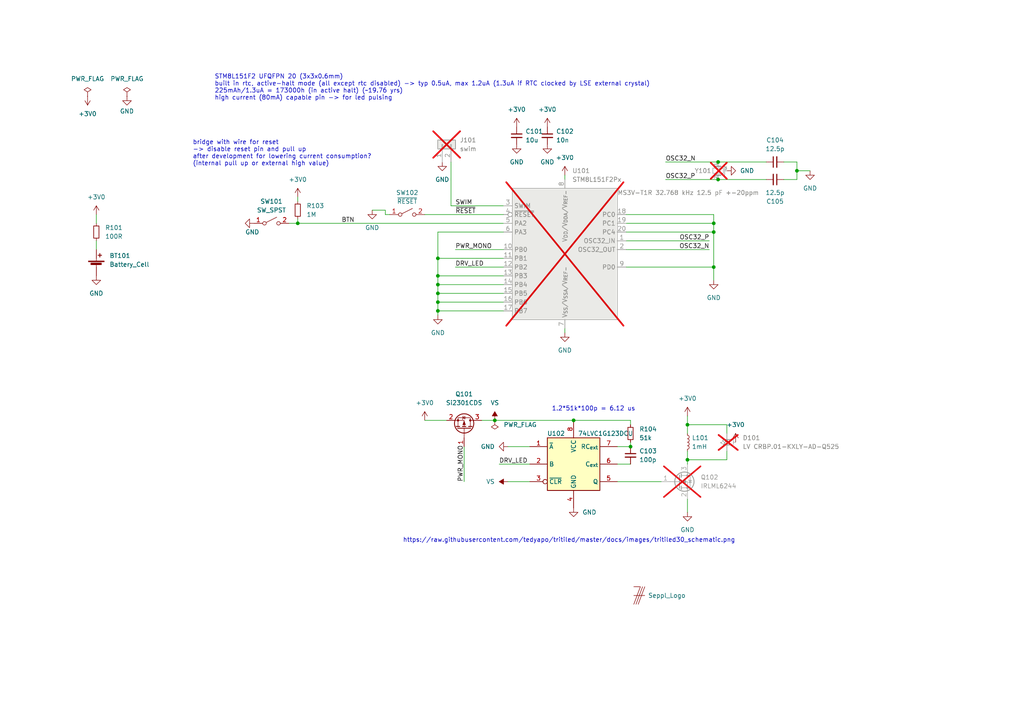
<source format=kicad_sch>
(kicad_sch (version 20250114) (generator "eeschema") (generator_version "9.0")
  (paper "A4")
  (lib_symbols
    (symbol "74xGxx:74LVC1G123DCU"
      (property "Reference" "U102" (at -5.08 8.89 0))
      (property "Value" "74LVC1G123DCU" (at 1.27 8.89 0))
      (symbol "74LVC1G123DCU_1_1"
        (rectangle (start -7.62 7.62) (end 7.62 -7.62) (stroke (width 0.254)) (fill (type background)))
        (pin input line (at -12.7 5.08 0) (length 5.08) (name "~{A}") (number "1"))
        (pin input line (at -12.7 0 0) (length 5.08) (name "B") (number "2"))
        (pin input inverted (at -12.7 -5.08 0) (length 5.08) (name "~{CLR}") (number "3"))
        (pin power_in line (at 0 12.7 270) (length 5.08) (name "VCC") (number "8"))
        (pin power_in line (at 0 -12.7 90) (length 5.08) (name "GND") (number "4"))
        (pin input line (at 12.7 5.08 180) (length 5.08) (name "RC_{ext}") (number "7"))
        (pin input line (at 12.7 0 180) (length 5.08) (name "C_{ext}") (number "6"))
        (pin output line (at 12.7 -5.08 180) (length 5.08) (name "Q") (number "5"))
      )
    )
    (symbol "Connector_Generic:Conn_01x02" (pin_names (offset 1.016) (hide yes))
      (property "Reference" "J" (at 0 2.54 0))
      (property "Value" "Conn_01x02" (at 0 -5.08 0))
      (symbol "Conn_01x02_1_1"
        (rectangle (start -1.27 1.27) (end 1.27 -3.81) (stroke (width 0.254)) (fill (type background)))
        (rectangle (start -1.27 0.127) (end 0 -0.127) (stroke (width 0.1524)))
        (rectangle (start -1.27 -2.413) (end 0 -2.667) (stroke (width 0.1524)))
        (pin passive line (at -5.08 0 0) (length 3.81) (name "Pin_1") (number "1"))
        (pin passive line (at -5.08 -2.54 0) (length 3.81) (name "Pin_2") (number "2"))
      )
    )
    (symbol "Device:Battery_Cell" (pin_numbers (hide yes)) (pin_names (offset 0) (hide yes))
      (property "Reference" "BT" (at 2.54 2.54 0))
      (property "Value" "Battery_Cell" (at 2.54 0 0))
      (symbol "Battery_Cell_0_1"
        (rectangle (start -2.286 1.778) (end 2.286 1.524) (fill (type outline)))
        (rectangle (start -1.5748 1.1938) (end 1.4732 0.6858) (fill (type outline)))
        (polyline (pts (xy 0 1.778) (xy 0 2.54)))
        (polyline (pts (xy 0 0.762) (xy 0 0)))
        (polyline (pts (xy 0.508 3.429) (xy 1.524 3.429)) (stroke (width 0.254)))
        (polyline (pts (xy 1.016 3.937) (xy 1.016 2.921)) (stroke (width 0.254)))
      )
      (symbol "Battery_Cell_1_1"
        (pin passive line (at 0 5.08 270) (length 2.54) (name "+") (number "1"))
        (pin passive line (at 0 -2.54 90) (length 2.54) (name "-") (number "2"))
      )
    )
    (symbol "Device:C_Small" (pin_numbers (hide yes)) (pin_names (offset 0.254) (hide yes))
      (property "Reference" "C" (at 0.254 1.778 0))
      (property "Value" "C_Small" (at 0.254 -2.032 0))
      (symbol "C_Small_0_1"
        (polyline (pts (xy -1.524 0.508) (xy 1.524 0.508)) (stroke (width 0.3048)))
        (polyline (pts (xy -1.524 -0.508) (xy 1.524 -0.508)) (stroke (width 0.3302)))
      )
      (symbol "C_Small_1_1"
        (pin passive line (at 0 2.54 270) (length 2.032) (name "~") (number "1"))
        (pin passive line (at 0 -2.54 90) (length 2.032) (name "~") (number "2"))
      )
    )
    (symbol "Device:Crystal_GND3_Small" (pin_names (offset 1.016) (hide yes))
      (property "Reference" "Y" (at 0 5.08 0))
      (property "Value" "Crystal_GND3_Small" (at 0 3.175 0))
      (symbol "Crystal_GND3_Small_0_1"
        (polyline (pts (xy -1.27 -0.762) (xy -1.27 0.762)) (stroke (width 0.381)))
        (polyline (pts (xy -1.27 -1.27) (xy -1.27 -1.905) (xy 1.27 -1.905) (xy 1.27 -1.27)))
        (rectangle (start -0.762 -1.524) (end 0.762 1.524))
        (polyline (pts (xy 1.27 -0.762) (xy 1.27 0.762)) (stroke (width 0.381)))
      )
      (symbol "Crystal_GND3_Small_1_1"
        (pin passive line (at -2.54 0 0) (length 1.27) (name "1") (number "1"))
        (pin passive line (at 0 -2.54 90) (length 0.635) (name "3") (number "3"))
        (pin passive line (at 2.54 0 180) (length 1.27) (name "2") (number "2"))
      )
    )
    (symbol "Device:L_Small" (pin_numbers (hide yes)) (pin_names (offset 0.254) (hide yes))
      (property "Reference" "L" (at 0.762 1.016 0))
      (property "Value" "L_Small" (at 0.762 -1.016 0))
      (symbol "L_Small_0_1"
        (arc (start 0 2.032) (mid 0.5058 1.524) (end 0 1.016))
        (arc (start 0 1.016) (mid 0.5058 0.508) (end 0 0))
        (arc (start 0 0) (mid 0.5058 -0.508) (end 0 -1.016))
        (arc (start 0 -1.016) (mid 0.5058 -1.524) (end 0 -2.032))
      )
      (symbol "L_Small_1_1"
        (pin passive line (at 0 2.54 270) (length 0.508) (name "~") (number "1"))
        (pin passive line (at 0 -2.54 90) (length 0.508) (name "~") (number "2"))
      )
    )
    (symbol "Device:Q_NMOS_GSD" (pin_names (offset 0) (hide yes))
      (property "Reference" "Q" (at 5.08 1.27 0))
      (property "Value" "Q_NMOS_GSD" (at 5.08 -1.27 0))
      (symbol "Q_NMOS_GSD_0_1"
        (polyline (pts (xy 0.254 1.905) (xy 0.254 -1.905)) (stroke (width 0.254)))
        (polyline (pts (xy 0.254 0) (xy -2.54 0)))
        (polyline (pts (xy 0.762 2.286) (xy 0.762 1.27)) (stroke (width 0.254)))
        (polyline (pts (xy 0.762 0.508) (xy 0.762 -0.508)) (stroke (width 0.254)))
        (polyline (pts (xy 0.762 -1.27) (xy 0.762 -2.286)) (stroke (width 0.254)))
        (polyline (pts (xy 0.762 -1.778) (xy 3.302 -1.778) (xy 3.302 1.778) (xy 0.762 1.778)))
        (polyline (pts (xy 1.016 0) (xy 2.032 0.381) (xy 2.032 -0.381) (xy 1.016 0)) (fill (type outline)))
        (circle (center 1.651 0) (radius 2.794) (stroke (width 0.254)))
        (polyline (pts (xy 2.54 2.54) (xy 2.54 1.778)))
        (circle (center 2.54 1.778) (radius 0.254) (fill (type outline)))
        (circle (center 2.54 -1.778) (radius 0.254) (fill (type outline)))
        (polyline (pts (xy 2.54 -2.54) (xy 2.54 0) (xy 0.762 0)))
        (polyline (pts (xy 2.794 0.508) (xy 2.921 0.381) (xy 3.683 0.381) (xy 3.81 0.254)))
        (polyline (pts (xy 3.302 0.381) (xy 2.921 -0.254) (xy 3.683 -0.254) (xy 3.302 0.381)))
      )
      (symbol "Q_NMOS_GSD_1_1"
        (pin input line (at -5.08 0 0) (length 2.54) (name "G") (number "1"))
        (pin passive line (at 2.54 5.08 270) (length 2.54) (name "D") (number "3"))
        (pin passive line (at 2.54 -5.08 90) (length 2.54) (name "S") (number "2"))
      )
    )
    (symbol "Device:Q_PMOS_GSD" (pin_names (offset 0) (hide yes))
      (property "Reference" "Q" (at 5.08 1.27 0))
      (property "Value" "Q_PMOS_GSD" (at 5.08 -1.27 0))
      (symbol "Q_PMOS_GSD_0_1"
        (polyline (pts (xy 0.254 1.905) (xy 0.254 -1.905)) (stroke (width 0.254)))
        (polyline (pts (xy 0.254 0) (xy -2.54 0)))
        (polyline (pts (xy 0.762 2.286) (xy 0.762 1.27)) (stroke (width 0.254)))
        (polyline (pts (xy 0.762 1.778) (xy 3.302 1.778) (xy 3.302 -1.778) (xy 0.762 -1.778)))
        (polyline (pts (xy 0.762 0.508) (xy 0.762 -0.508)) (stroke (width 0.254)))
        (polyline (pts (xy 0.762 -1.27) (xy 0.762 -2.286)) (stroke (width 0.254)))
        (circle (center 1.651 0) (radius 2.794) (stroke (width 0.254)))
        (polyline (pts (xy 2.286 0) (xy 1.27 0.381) (xy 1.27 -0.381) (xy 2.286 0)) (fill (type outline)))
        (polyline (pts (xy 2.54 2.54) (xy 2.54 1.778)))
        (circle (center 2.54 1.778) (radius 0.254) (fill (type outline)))
        (circle (center 2.54 -1.778) (radius 0.254) (fill (type outline)))
        (polyline (pts (xy 2.54 -2.54) (xy 2.54 0) (xy 0.762 0)))
        (polyline (pts (xy 2.794 -0.508) (xy 2.921 -0.381) (xy 3.683 -0.381) (xy 3.81 -0.254)))
        (polyline (pts (xy 3.302 -0.381) (xy 2.921 0.254) (xy 3.683 0.254) (xy 3.302 -0.381)))
      )
      (symbol "Q_PMOS_GSD_1_1"
        (pin input line (at -5.08 0 0) (length 2.54) (name "G") (number "1"))
        (pin passive line (at 2.54 5.08 270) (length 2.54) (name "D") (number "3"))
        (pin passive line (at 2.54 -5.08 90) (length 2.54) (name "S") (number "2"))
      )
    )
    (symbol "Device:R_Small" (pin_numbers (hide yes)) (pin_names (offset 0.254) (hide yes))
      (property "Reference" "R" (at 0.762 0.508 0))
      (property "Value" "R_Small" (at 0.762 -1.016 0))
      (symbol "R_Small_0_1"
        (rectangle (start -0.762 1.778) (end 0.762 -1.778) (stroke (width 0.2032)))
      )
      (symbol "R_Small_1_1"
        (pin passive line (at 0 2.54 270) (length 0.762) (name "~") (number "1"))
        (pin passive line (at 0 -2.54 90) (length 0.762) (name "~") (number "2"))
      )
    )
    (symbol "Seppl_LED_SMD:LED-ThermalPad" (pin_numbers (hide yes)) (pin_names (offset 0) (hide yes))
      (property "Reference" "D" (at 0 6.858 0))
      (symbol "LED-ThermalPad_0_1"
        (polyline (pts (xy -0.762 -1.016) (xy -0.762 1.016)) (stroke (width 0.254)))
        (polyline (pts (xy -0.635 -1.905) (xy 0.635 -1.905)))
        (polyline (pts (xy 0 0.762) (xy -0.508 1.27) (xy -0.254 1.27) (xy -0.508 1.27) (xy -0.508 1.016)))
        (polyline (pts (xy 0 -1.905) (xy 0 -2.54)))
        (polyline (pts (xy 0.508 1.27) (xy 0 1.778) (xy 0.254 1.778) (xy 0 1.778) (xy 0 1.524)))
        (polyline (pts (xy 0.762 -1.016) (xy -0.762 0) (xy 0.762 1.016) (xy 0.762 -1.016)) (stroke (width 0.254)))
        (polyline (pts (xy 1.016 0) (xy -0.762 0)))
      )
      (symbol "LED-ThermalPad_1_1"
        (pin passive line (at -2.54 0 0) (length 1.778) (name "K") (number "1"))
        (pin passive line (at 0 -2.54 90) (length 0) (name "Thermal") (number "3"))
        (pin passive line (at 2.54 0 180) (length 1.778) (name "A") (number "2"))
      )
    )
    (symbol "Seppl_Logo:Seppl_Logo" (in_bom no)
      (property "Value" "Seppl_Logo" (at 0 3.81 0))
      (symbol "Seppl_Logo_0_1"
        (polyline (pts (xy -1.5875 2.54) (xy 0.3175 2.54) (xy -1.5875 -2.54)))
        (polyline (pts (xy -1.5875 0) (xy 1.5875 0)))
        (polyline (pts (xy -0.9525 -2.54) (xy 0.9525 2.54)))
        (polyline (pts (xy -0.3175 -2.54) (xy 1.5875 2.54)))
      )
    )
    (symbol "Seppl_MCU_ST_STM8:STM8L151F2Px"
      (property "Reference" "U" (at -10.16 22.225 0))
      (property "Value" "STM8L151F2Px" (at -10.16 20.32 0))
      (symbol "STM8L151F2Px_0_0"
        (pin bidirectional line (at -17.78 13.97 0) (length 2.54) (name "PA0") (number "3") (alternate "SWIM" bidirectional line))
        (pin bidirectional inverted (at -17.78 11.43 0) (length 2.54) (name "~{RESET}") (number "4"))
        (pin bidirectional line (at -17.78 8.89 0) (length 2.54) (name "PA2") (number "5"))
        (pin bidirectional line (at -17.78 6.35 0) (length 2.54) (name "PA3") (number "6") (alternate "" input line) (alternate "" input line))
        (pin bidirectional line (at -17.78 1.27 0) (length 2.54) (name "PB0") (number "10") (alternate "TIM2_CH1" bidirectional line))
        (pin bidirectional line (at -17.78 -1.27 0) (length 2.54) (name "PB1") (number "11") (alternate "TIM3_CH1" bidirectional line))
        (pin bidirectional line (at -17.78 -3.81 0) (length 2.54) (name "PB2") (number "12") (alternate "TIM2_CH2" bidirectional line))
        (pin bidirectional line (at -17.78 -6.35 0) (length 2.54) (name "PB3") (number "13"))
        (pin bidirectional line (at -17.78 -8.89 0) (length 2.54) (name "PB4") (number "14"))
        (pin bidirectional line (at -17.78 -11.43 0) (length 2.54) (name "PB5") (number "15"))
        (pin bidirectional line (at -17.78 -13.97 0) (length 2.54) (name "PB6") (number "16"))
        (pin bidirectional line (at -17.78 -16.51 0) (length 2.54) (name "PB7") (number "17"))
        (pin power_in line (at 0 21.59 270) (length 2.54) (name "V_{DD}/V_{DDA}/V_{REF-}") (number "8") (alternate "" input line) (alternate "" input line))
        (pin power_in line (at 0 -21.59 90) (length 2.54) (name "V_{SS}/V_{SSA}/V_{REF-}") (number "7") (alternate "" input line) (alternate "" input line))
        (pin bidirectional line (at 17.78 11.43 180) (length 2.54) (name "PC0") (number "18") (alternate "" input line) (alternate "" input line) (alternate "" input line))
        (pin bidirectional line (at 17.78 8.89 180) (length 2.54) (name "PC1") (number "19") (alternate "" input line) (alternate "" input line))
        (pin bidirectional line (at 17.78 6.35 180) (length 2.54) (name "PC4") (number "20") (alternate "" input line) (alternate "" input line) (alternate "" input line))
        (pin bidirectional line (at 17.78 3.81 180) (length 2.54) (name "PC5") (number "1") (alternate "OSC32_IN" input line) (alternate "TIM2_CH1" bidirectional line))
        (pin bidirectional line (at 17.78 1.27 180) (length 2.54) (name "PC6") (number "2") (alternate "OSC32_OUT" output line) (alternate "TIM2_CH1" bidirectional line))
        (pin bidirectional line (at 17.78 -3.81 180) (length 2.54) (name "PD0") (number "9") (alternate "" input line) (alternate "" input line) (alternate "TIM3_CH2" bidirectional line))
      )
      (symbol "STM8L151F2Px_0_1"
        (rectangle (start -15.24 19.05) (end 15.24 -19.05) (fill (type background)))
      )
    )
    (symbol "Switch:SW_SPST" (pin_names (offset 0) (hide yes))
      (property "Reference" "SW" (at 0 3.175 0))
      (property "Value" "SW_SPST" (at 0 -2.54 0))
      (symbol "SW_SPST_0_0"
        (circle (center -2.032 0) (radius 0.508))
        (polyline (pts (xy -1.524 0.254) (xy 1.524 1.778)))
        (circle (center 2.032 0) (radius 0.508))
      )
      (symbol "SW_SPST_1_1"
        (pin passive line (at -5.08 0 0) (length 2.54) (name "A") (number "1"))
        (pin passive line (at 5.08 0 180) (length 2.54) (name "B") (number "2"))
      )
    )
    (symbol "power:+3V0" (power) (pin_names (offset 0))
      (property "Value" "+3V0" (at 0 3.556 0))
      (symbol "+3V0_0_1"
        (polyline (pts (xy -0.762 1.27) (xy 0 2.54)))
        (polyline (pts (xy 0 2.54) (xy 0.762 1.27)))
        (polyline (pts (xy 0 0) (xy 0 2.54)))
      )
      (symbol "+3V0_1_1"
        (pin power_in line (at 0 0 90) (length 0) (hide yes) (name "+3V0") (number "1"))
      )
    )
    (symbol "power:GND" (power) (pin_names (offset 0))
      (property "Value" "GND" (at 0 -3.81 0))
      (symbol "GND_0_1"
        (polyline (pts (xy 0 0) (xy 0 -1.27) (xy 1.27 -1.27) (xy 0 -2.54) (xy -1.27 -1.27) (xy 0 -1.27)))
      )
      (symbol "GND_1_1"
        (pin power_in line (at 0 0 270) (length 0) (hide yes) (name "GND") (number "1"))
      )
    )
    (symbol "power:PWR_FLAG" (power) (pin_numbers (hide yes)) (pin_names (offset 0) (hide yes))
      (property "Value" "PWR_FLAG" (at 0 3.81 0))
      (symbol "PWR_FLAG_0_0"
        (pin power_out line (at 0 0 90) (length 0) (name "pwr") (number "1"))
      )
      (symbol "PWR_FLAG_0_1"
        (polyline (pts (xy 0 0) (xy 0 1.27) (xy -1.016 1.905) (xy 0 2.54) (xy 1.016 1.905) (xy 0 1.27)))
      )
    )
    (symbol "power:VS" (power) (pin_names (offset 0))
      (property "Value" "VS" (at 0 3.81 0))
      (symbol "VS_0_1"
        (polyline (pts (xy 0 0) (xy 0 2.54)))
        (polyline (pts (xy 0.762 1.27) (xy -0.762 1.27) (xy 0 2.54) (xy 0.762 1.27)) (fill (type outline)))
      )
      (symbol "VS_1_1"
        (pin power_in line (at 0 0 90) (length 0) (hide yes) (name "VS") (number "1"))
      )
    )
  )
  (text "1.2*51k*100p = 6.12 us" (at 160.02 119.38 0) (effects (font (size 1.27 1.27)) (justify left bottom)))
  (text "STM8L151F2 UFQFPN 20 (3x3x0.6mm)\nbuilt in rtc, active-halt mode (all except rtc disabled) -> typ 0.5uA, max 1.2uA (1.3uA if RTC clocked by LSE external crystal)\n225mAh/1.3uA = 173000h (in active halt) (~19.76 yrs)\nhigh current (80mA) capable pin -> for led pulsing" (at 62.23 29.21 0) (effects (font (size 1.27 1.27)) (justify left bottom)))
  (text "bridge with wire for reset\n-> disable reset pin and pull up\nafter development for lowering current consumption?\n(internal pull up or external high value)" (at 55.88 48.26 0) (effects (font (size 1.27 1.27)) (justify left bottom)))
  (text "https://raw.githubusercontent.com/tedyapo/tritiled/master/docs/images/tritiled30_schematic.png" (at 116.84 157.48 0) (effects (font (size 1.27 1.27)) (justify left bottom)))
  (junction (at 231.14 49.53))
  (junction (at 207.01 77.47))
  (junction (at 207.01 67.31))
  (junction (at 143.51 121.92))
  (junction (at 127 80.01))
  (junction (at 182.88 129.54))
  (junction (at 199.39 133.35))
  (junction (at 127 74.93))
  (junction (at 127 82.55))
  (junction (at 127 85.09))
  (junction (at 127 90.17))
  (junction (at 208.28 52.07))
  (junction (at 127 87.63))
  (junction (at 208.28 46.99))
  (junction (at 86.36 64.77))
  (junction (at 199.39 123.19))
  (junction (at 207.01 64.77))
  (junction (at 166.37 121.92))
  (wire (pts (xy 193.04 46.99) (xy 208.28 46.99)))
  (wire (pts (xy 199.39 125.73) (xy 199.39 123.19)))
  (wire (pts (xy 147.32 129.54) (xy 153.67 129.54)))
  (wire (pts (xy 130.81 46.99) (xy 130.81 59.69)))
  (wire (pts (xy 143.51 121.92) (xy 166.37 121.92)))
  (wire (pts (xy 193.04 52.07) (xy 208.28 52.07)))
  (wire (pts (xy 231.14 49.53) (xy 231.14 52.07)))
  (wire (pts (xy 127 67.31) (xy 146.05 67.31)))
  (wire (pts (xy 147.32 139.7) (xy 153.67 139.7)))
  (wire (pts (xy 182.88 129.54) (xy 179.07 129.54)))
  (wire (pts (xy 182.88 121.92) (xy 182.88 123.19)))
  (wire (pts (xy 127 80.01) (xy 146.05 80.01)))
  (wire (pts (xy 181.61 64.77) (xy 207.01 64.77)))
  (wire (pts (xy 127 82.55) (xy 146.05 82.55)))
  (wire (pts (xy 127 85.09) (xy 146.05 85.09)))
  (wire (pts (xy 199.39 123.19) (xy 210.82 123.19)))
  (wire (pts (xy 86.36 64.77) (xy 83.82 64.77)))
  (wire (pts (xy 107.95 60.96) (xy 111.76 60.96)))
  (wire (pts (xy 127 85.09) (xy 127 87.63)))
  (wire (pts (xy 144.78 134.62) (xy 153.67 134.62)))
  (wire (pts (xy 199.39 144.78) (xy 199.39 148.59)))
  (wire (pts (xy 181.61 67.31) (xy 207.01 67.31)))
  (wire (pts (xy 127 87.63) (xy 146.05 87.63)))
  (wire (pts (xy 210.82 123.19) (xy 210.82 125.73)))
  (wire (pts (xy 139.7 121.92) (xy 143.51 121.92)))
  (wire (pts (xy 127 90.17) (xy 146.05 90.17)))
  (wire (pts (xy 127 90.17) (xy 127 91.44)))
  (wire (pts (xy 27.94 69.85) (xy 27.94 72.39)))
  (wire (pts (xy 130.81 59.69) (xy 146.05 59.69)))
  (wire (pts (xy 182.88 134.62) (xy 179.07 134.62)))
  (wire (pts (xy 181.61 69.85) (xy 205.74 69.85)))
  (wire (pts (xy 163.83 96.52) (xy 163.83 95.25)))
  (wire (pts (xy 199.39 133.35) (xy 199.39 134.62)))
  (wire (pts (xy 210.82 133.35) (xy 199.39 133.35)))
  (wire (pts (xy 163.83 50.8) (xy 163.83 52.07)))
  (wire (pts (xy 86.36 63.5) (xy 86.36 64.77)))
  (wire (pts (xy 123.19 121.92) (xy 129.54 121.92)))
  (wire (pts (xy 181.61 62.23) (xy 207.01 62.23)))
  (wire (pts (xy 127 67.31) (xy 127 74.93)))
  (wire (pts (xy 111.76 60.96) (xy 111.76 62.23)))
  (wire (pts (xy 208.28 46.99) (xy 222.25 46.99)))
  (wire (pts (xy 231.14 49.53) (xy 234.95 49.53)))
  (wire (pts (xy 111.76 62.23) (xy 113.03 62.23)))
  (wire (pts (xy 199.39 120.65) (xy 199.39 123.19)))
  (wire (pts (xy 132.08 72.39) (xy 146.05 72.39)))
  (wire (pts (xy 182.88 128.27) (xy 182.88 129.54)))
  (wire (pts (xy 227.33 52.07) (xy 231.14 52.07)))
  (wire (pts (xy 207.01 62.23) (xy 207.01 64.77)))
  (wire (pts (xy 86.36 58.42) (xy 86.36 57.15)))
  (wire (pts (xy 127 74.93) (xy 127 80.01)))
  (wire (pts (xy 207.01 77.47) (xy 207.01 81.28)))
  (wire (pts (xy 179.07 139.7) (xy 191.77 139.7)))
  (wire (pts (xy 207.01 67.31) (xy 207.01 77.47)))
  (wire (pts (xy 123.19 62.23) (xy 146.05 62.23)))
  (wire (pts (xy 231.14 46.99) (xy 231.14 49.53)))
  (wire (pts (xy 210.82 130.81) (xy 210.82 133.35)))
  (wire (pts (xy 199.39 130.81) (xy 199.39 133.35)))
  (wire (pts (xy 127 82.55) (xy 127 85.09)))
  (wire (pts (xy 127 80.01) (xy 127 82.55)))
  (wire (pts (xy 134.62 139.7) (xy 134.62 129.54)))
  (wire (pts (xy 208.28 52.07) (xy 222.25 52.07)))
  (wire (pts (xy 127 74.93) (xy 146.05 74.93)))
  (wire (pts (xy 207.01 64.77) (xy 207.01 67.31)))
  (wire (pts (xy 86.36 64.77) (xy 146.05 64.77)))
  (wire (pts (xy 132.08 77.47) (xy 146.05 77.47)))
  (wire (pts (xy 181.61 72.39) (xy 205.74 72.39)))
  (wire (pts (xy 166.37 121.92) (xy 182.88 121.92)))
  (wire (pts (xy 127 87.63) (xy 127 90.17)))
  (wire (pts (xy 181.61 77.47) (xy 207.01 77.47)))
  (wire (pts (xy 27.94 62.23) (xy 27.94 64.77)))
  (wire (pts (xy 227.33 46.99) (xy 231.14 46.99)))
  (label "DRV_LED" (at 132.08 77.47 0))
  (label "~{RESET}" (at 132.08 62.23 0))
  (label "OSC32_P" (at 193.04 52.07 0))
  (label "PWR_MONO" (at 134.62 139.7 90))
  (label "OSC32_N" (at 205.74 72.39 180))
  (label "DRV_LED" (at 144.78 134.62 0))
  (label "PWR_MONO" (at 132.08 72.39 0))
  (label "OSC32_N" (at 193.04 46.99 0))
  (label "OSC32_P" (at 205.74 69.85 180))
  (label "SWIM" (at 132.08 59.69 0))
  (label "BTN" (at 99.06 64.77 0))
  (symbol (lib_id "power:GND") (at 127 91.44 0) (unit 1)
    (property "Reference" "#PWR0109" (effects (hide yes)))
    (property "Value" "GND" (at 127 96.52 0))
  )
  (symbol (lib_id "power:+3V0") (at 25.4 27.94 180) (unit 1)
    (property "Reference" "#PWR0101" (effects (hide yes)))
    (property "Value" "+3V0" (at 25.4 33.02 0))
  )
  (symbol (lib_id "Connector_Generic:Conn_01x02") (at 128.27 41.91 90) (unit 1) (dnp yes)
    (property "Reference" "J101" (at 133.35 40.6399 90) (effects (justify right)))
    (property "Value" "swim" (at 133.35 43.1799 90) (effects (justify right)))
    (property "Footprint" "Connector_PinHeader_2.54mm:PinHeader_1x02_P2.54mm_Vertical" (effects (hide yes)))
    (property "Description" "Generic connector, single row, 01x02, script generated (kicad-library-utils/schlib/autogen/connector/)" (effects (hide yes)))
  )
  (symbol (lib_id "power:GND") (at 234.95 49.53 0) (unit 1)
    (property "Reference" "#PWR0126" (effects (hide yes)))
    (property "Value" "GND" (at 234.95 54.61 0))
  )
  (symbol (lib_id "power:GND") (at 207.01 81.28 0) (unit 1)
    (property "Reference" "#PWR0125" (effects (hide yes)))
    (property "Value" "GND" (at 207.01 86.36 0))
  )
  (symbol (lib_id "power:+3V0") (at 27.94 62.23 0) (unit 1)
    (property "Reference" "#PWR0102" (effects (hide yes)))
    (property "Value" "+3V0" (at 27.94 57.15 0))
  )
  (symbol (lib_id "Device:Crystal_GND3_Small") (at 208.28 49.53 90) (mirror x) (unit 1) (dnp yes)
    (property "Reference" "Y101" (at 201.422 49.53 90) (effects (justify right)))
    (property "Value" "MS3V-T1R 32.768 kHz 12.5 pF +-20ppm" (at 179.07 55.88 90) (effects (justify right)))
    (property "Footprint" "Crystal:Crystal_SMD_MicroCrystal_MS3V-T1R" (effects (hide yes)))
    (property "Description" "Three pin crystal, GND on pin 3, small symbol" (effects (hide yes)))
  )
  (symbol (lib_id "Device:C_Small") (at 182.88 132.08 0) (unit 1)
    (property "Reference" "C103" (at 185.42 130.8162 0) (effects (justify left)))
    (property "Value" "100p" (at 185.42 133.3562 0) (effects (justify left)))
    (property "Footprint" "Capacitor_SMD:C_0805_2012Metric" (effects (hide yes)))
    (property "LCSC Part #" "C1790" (effects (hide yes)))
  )
  (symbol (lib_id "power:GND") (at 107.95 60.96 0) (unit 1)
    (property "Reference" "#PWR0111" (effects (hide yes)))
    (property "Value" "GND" (at 107.95 66.04 0))
  )
  (symbol (lib_id "Device:R_Small") (at 86.36 60.96 0) (unit 1)
    (property "Reference" "R103" (at 88.9 59.6899 0) (effects (justify left)))
    (property "Value" "1M" (at 88.9 62.2299 0) (effects (justify left)))
    (property "Footprint" "Resistor_SMD:R_0805_2012Metric" (effects (hide yes)))
    (property "LCSC Part #" "C17514" (effects (hide yes)))
  )
  (symbol (lib_id "Seppl_LED_SMD:LED-ThermalPad") (at 210.82 128.27 90) (mirror x) (unit 1) (dnp yes)
    (property "Reference" "D101" (at 215.392 127 90) (effects (justify right)))
    (property "Value" "LV CRBP.01-KXLY-AD-Q525" (at 215.392 129.54 90) (effects (justify right)))
    (property "Footprint" "Seppl_LED_SMD:LED-LV-CRBP.01_OSRAM" (effects (hide yes)))
    (property "Datasheet" "https://look.ams-osram.com/m/53c96e256a2fdc48/original/LV-CRBP-01.pdf" (effects (hide yes)))
  )
  (symbol (lib_id "power:GND") (at 158.75 41.91 0) (unit 1)
    (property "Reference" "#PWR0119" (effects (hide yes)))
    (property "Value" "GND" (at 158.75 46.99 0))
  )
  (symbol (lib_id "Seppl_Logo:Seppl_Logo") (at 185.42 172.72 0) (unit 1) (in_bom no)
    (property "Reference" "Logo101" (effects (hide yes)))
    (property "Value" "Seppl_Logo" (at 187.96 172.7199 0) (effects (justify left)))
    (property "Footprint" "Seppl_Logo:Logo_3.3x5" (effects (hide yes)))
  )
  (symbol (lib_id "power:+3V0") (at 158.75 36.83 0) (unit 1)
    (property "Reference" "#PWR0118" (effects (hide yes)))
    (property "Value" "+3V0" (at 158.75 31.75 0))
  )
  (symbol (lib_id "Switch:SW_SPST") (at 78.74 64.77 0) (unit 1)
    (property "Reference" "SW101" (at 78.74 58.42 0))
    (property "Value" "SW_SPST" (at 78.74 60.96 0))
    (property "Footprint" "Button_Switch_SMD:SW_Push_1P1T_NO_CK_KSC6xxJ" (effects (hide yes)))
    (property "LCSC Part #" "C18078048" (effects (hide yes)))
  )
  (symbol (lib_id "power:PWR_FLAG") (at 143.51 121.92 180) (unit 1)
    (property "Reference" "#FLG0103" (effects (hide yes)))
    (property "Value" "PWR_FLAG" (at 146.05 123.1899 0) (effects (justify right)))
  )
  (symbol (lib_id "power:GND") (at 210.82 49.53 90) (unit 1)
    (property "Reference" "#PWR0127" (effects (hide yes)))
    (property "Value" "GND" (at 214.63 49.5299 90) (effects (justify right)))
  )
  (symbol (lib_id "Device:L_Small") (at 199.39 128.27 0) (unit 1)
    (property "Reference" "L101" (at 200.66 126.9999 0) (effects (justify left)))
    (property "Value" "1mH" (at 200.66 129.5399 0) (effects (justify left)))
    (property "Footprint" "Inductor_SMD:L_1812_4532Metric" (effects (hide yes)))
    (property "LCSC Part #" "C394145" (effects (hide yes)))
  )
  (symbol (lib_id "Device:R_Small") (at 182.88 125.73 0) (unit 1)
    (property "Reference" "R104" (at 185.42 124.4599 0) (effects (justify left)))
    (property "Value" "51k" (at 185.42 126.9999 0) (effects (justify left)))
    (property "Footprint" "Resistor_SMD:R_0805_2012Metric" (effects (hide yes)))
    (property "LCSC Part #" "C17737" (effects (hide yes)))
  )
  (symbol (lib_id "power:GND") (at 36.83 27.94 0) (unit 1)
    (property "Reference" "#PWR0104" (effects (hide yes)))
    (property "Value" "GND" (at 38.862 32.258 0) (effects (justify right)))
  )
  (symbol (lib_id "power:GND") (at 27.94 80.01 0) (unit 1)
    (property "Reference" "#PWR0103" (effects (hide yes)))
    (property "Value" "GND" (at 27.94 85.09 0))
  )
  (symbol (lib_id "power:GND") (at 163.83 96.52 0) (unit 1)
    (property "Reference" "#PWR0121" (effects (hide yes)))
    (property "Value" "GND" (at 163.83 101.6 0))
  )
  (symbol (lib_id "Switch:SW_SPST") (at 118.11 62.23 0) (unit 1)
    (property "Reference" "SW102" (at 118.11 55.88 0))
    (property "Value" "~{RESET}" (at 118.11 58.42 0))
    (property "Footprint" "Button_Switch_SMD:SW_Push_1P1T_NO_CK_KSC6xxJ" (effects (hide yes)))
    (property "LCSC Part #" "C18078048" (effects (hide yes)))
  )
  (symbol (lib_id "Device:C_Small") (at 224.79 52.07 270) (mirror x) (unit 1)
    (property "Reference" "C105" (at 224.79 58.42 90))
    (property "Value" "12.5p" (at 224.79 55.88 90))
    (property "Footprint" "Capacitor_SMD:C_0805_2012Metric" (effects (hide yes)))
    (property "LCSC Part #" "C1792" (effects (hide yes)))
  )
  (symbol (lib_id "power:GND") (at 166.37 147.32 0) (unit 1)
    (property "Reference" "#PWR0122" (effects (hide yes)))
    (property "Value" "GND" (at 168.91 148.5899 0) (effects (justify left)))
  )
  (symbol (lib_id "power:GND") (at 199.39 148.59 0) (unit 1)
    (property "Reference" "#PWR0124" (effects (hide yes)))
    (property "Value" "GND" (at 199.39 153.67 0))
  )
  (symbol (lib_id "power:+3V0") (at 199.39 120.65 0) (unit 1)
    (property "Reference" "#PWR0123" (effects (hide yes)))
    (property "Value" "+3V0" (at 199.39 115.57 0))
  )
  (symbol (lib_id "power:+3V0") (at 163.83 50.8 0) (unit 1)
    (property "Reference" "#PWR0120" (effects (hide yes)))
    (property "Value" "+3V0" (at 163.83 45.72 0))
  )
  (symbol (lib_id "Device:Battery_Cell") (at 27.94 77.47 0) (unit 1)
    (property "Reference" "BT101" (at 31.75 74.1679 0) (effects (justify left)))
    (property "Value" "Battery_Cell" (at 31.75 76.7079 0) (effects (justify left)))
    (property "Footprint" "Seppl_Battery_Holders:Battery_2023_MY-2032-01" (effects (hide yes)))
    (property "LCSC Part #" "C964824" (effects (hide yes)))
  )
  (symbol (lib_id "power:GND") (at 149.86 41.91 0) (unit 1)
    (property "Reference" "#PWR0117" (effects (hide yes)))
    (property "Value" "GND" (at 149.86 46.99 0))
  )
  (symbol (lib_id "Device:R_Small") (at 27.94 67.31 0) (unit 1)
    (property "Reference" "R101" (at 30.48 66.0399 0) (effects (justify left)))
    (property "Value" "100R" (at 30.48 68.5799 0) (effects (justify left)))
    (property "Footprint" "Resistor_SMD:R_0805_2012Metric" (effects (hide yes)))
    (property "LCSC Part #" "C17408" (effects (hide yes)))
  )
  (symbol (lib_id "Seppl_MCU_ST_STM8:STM8L151F2Px") (at 163.83 73.66 0) (unit 1) (dnp yes)
    (property "Reference" "U101" (at 165.9733 49.53 0) (effects (justify left)))
    (property "Value" "STM8L151F2Px" (at 165.9733 52.07 0) (effects (justify left)))
    (property "Footprint" "Package_SO:TSSOP-20_4.4x6.5mm_P0.65mm" (effects (hide yes)))
    (property "Datasheet" "https://www.st.com/resource/en/datasheet/stm8l151f2.pdf" (effects (hide yes)))
    (property "Description" "8-bit ultra-low-power MCU, 4 KB Flash, 256 bytes data EEPROM, LQFP-48" (effects (hide yes)))
    (pin "1" (alternate "OSC32_IN"))
    (pin "18" (alternate "PC0"))
    (pin "19" (alternate "PC1"))
    (pin "2" (alternate "OSC32_OUT"))
    (pin "20" (alternate "PC4"))
    (pin "3" (alternate "SWIM"))
    (pin "6" (alternate "TIM3_CH2"))
    (pin "7" (alternate "TIM2_CH1"))
    (pin "8" (alternate "TIM3_CH1"))
    (pin "9" (alternate "TIM2_CH2"))
  )
  (symbol (lib_id "Device:C_Small") (at 158.75 39.37 0) (unit 1)
    (property "Reference" "C102" (at 161.29 38.1062 0) (effects (justify left)))
    (property "Value" "10n" (at 161.29 40.6462 0) (effects (justify left)))
    (property "Footprint" "Capacitor_SMD:C_0805_2012Metric" (effects (hide yes)))
    (property "LCSC Part #" "C1710" (effects (hide yes)))
  )
  (symbol (lib_id "Device:Q_PMOS_GSD") (at 134.62 124.46 270) (mirror x) (unit 1)
    (property "Reference" "Q101" (at 134.62 114.3 90))
    (property "Value" "Si2301CDS" (at 134.62 116.84 90))
    (property "Footprint" "Package_TO_SOT_SMD:SOT-23" (effects (hide yes)))
    (property "LCSC Part #" "C10487" (effects (hide yes)))
  )
  (symbol (lib_id "power:PWR_FLAG") (at 36.83 27.94 0) (unit 1)
    (property "Reference" "#FLG0102" (effects (hide yes)))
    (property "Value" "PWR_FLAG" (at 36.83 22.86 0))
  )
  (symbol (lib_id "power:+3V0") (at 86.36 57.15 0) (unit 1)
    (property "Reference" "#PWR0108" (effects (hide yes)))
    (property "Value" "+3V0" (at 86.36 52.07 0))
  )
  (symbol (lib_id "power:+3V0") (at 123.19 121.92 0) (unit 1)
    (property "Reference" "#PWR0112" (effects (hide yes)))
    (property "Value" "+3V0" (at 123.19 116.84 0))
  )
  (symbol (lib_id "power:GND") (at 128.27 46.99 0) (unit 1)
    (property "Reference" "#PWR0128" (effects (hide yes)))
    (property "Value" "GND" (at 128.27 52.07 0))
  )
  (symbol (lib_id "Device:C_Small") (at 224.79 46.99 90) (unit 1)
    (property "Reference" "C104" (at 224.7963 40.64 90))
    (property "Value" "12.5p" (at 224.7963 43.18 90))
    (property "Footprint" "Capacitor_SMD:C_0805_2012Metric" (effects (hide yes)))
    (property "LCSC Part #" "C1792" (effects (hide yes)))
  )
  (symbol (lib_id "Device:Q_NMOS_GSD") (at 196.85 139.7 0) (unit 1) (dnp yes)
    (property "Reference" "Q102" (at 203.2 138.4299 0) (effects (justify left)))
    (property "Value" "IRLML6244" (at 203.2 140.9699 0) (effects (justify left)))
    (property "Footprint" "Package_TO_SOT_SMD:SOT-23" (effects (hide yes)))
    (property "LCSC Part #" "C5364311" (effects (hide yes)))
  )
  (symbol (lib_id "power:VS") (at 147.32 139.7 90) (unit 1)
    (property "Reference" "#PWR0115" (effects (hide yes)))
    (property "Value" "VS" (at 143.51 139.6999 90) (effects (justify left)))
  )
  (symbol (lib_id "power:GND") (at 147.32 129.54 270) (unit 1)
    (property "Reference" "#PWR0114" (effects (hide yes)))
    (property "Value" "GND" (at 143.51 129.5399 90) (effects (justify right)))
  )
  (symbol (lib_id "74xGxx:74LVC1G123DCU") (at 166.37 134.62 0) (unit 1)
    (property "Reference" "U102" (at 161.29 125.73 0))
    (property "Value" "74LVC1G123DCU" (at 167.64 125.73 0) (effects (justify left)))
    (property "Footprint" "Package_SO:VSSOP-8_2.3x2mm_P0.5mm" (effects (hide yes)))
    (property "Datasheet" "http://www.ti.com/lit/ds/symlink/sn74lvc1g123.pdf" (effects (hide yes)))
    (property "LCSC Part #" "C352969" (effects (hide yes)))
  )
  (symbol (lib_id "Device:C_Small") (at 149.86 39.37 0) (unit 1)
    (property "Reference" "C101" (at 152.4 38.1062 0) (effects (justify left)))
    (property "Value" "10u" (at 152.4 40.6462 0) (effects (justify left)))
    (property "Footprint" "Capacitor_SMD:C_0805_2012Metric" (effects (hide yes)))
    (property "LCSC Part #" "C15850" (effects (hide yes)))
  )
  (symbol (lib_id "power:VS") (at 143.51 121.92 0) (unit 1)
    (property "Reference" "#PWR0113" (effects (hide yes)))
    (property "Value" "VS" (at 143.51 116.84 0))
  )
  (symbol (lib_id "power:+3V0") (at 149.86 36.83 0) (unit 1)
    (property "Reference" "#PWR0116" (effects (hide yes)))
    (property "Value" "+3V0" (at 149.86 31.75 0))
  )
  (symbol (lib_id "power:+3V0") (at 213.36 128.27 0) (unit 1)
    (property "Reference" "#PWR0105" (effects (hide yes)))
    (property "Value" "+3V0" (at 213.36 123.19 0))
  )
  (symbol (lib_id "power:GND") (at 73.66 64.77 270) (unit 1)
    (property "Reference" "#PWR0106" (effects (hide yes)))
    (property "Value" "GND" (at 71.12 67.31 90) (effects (justify left)))
  )
  (symbol (lib_id "power:PWR_FLAG") (at 25.4 27.94 0) (unit 1)
    (property "Reference" "#FLG0101" (effects (hide yes)))
    (property "Value" "PWR_FLAG" (at 25.4 22.86 0))
  )
)
</source>
